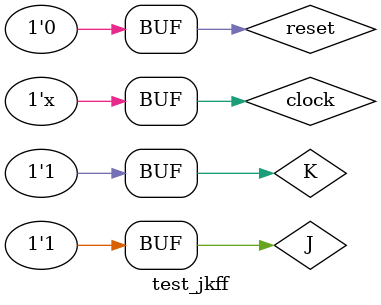
<source format=sv>
module test_jkff;
  reg J,K,clock,reset;
  wire Q,Qbar;
  jkff u1(Q,Qbar,J,K,clock,reset);
  always #5 clock=!clock;
  initial begin
    $dumpfile("dump.vcd"); $dumpvars;
    clock = 0; J = 0; K = 0;
    reset = 1;
    #10 reset = 0;
    #20 J = 0; K = 1;
    #20 J = 1; K = 0;
    #20 J = 1; K = 1;
  end
endmodule
</source>
